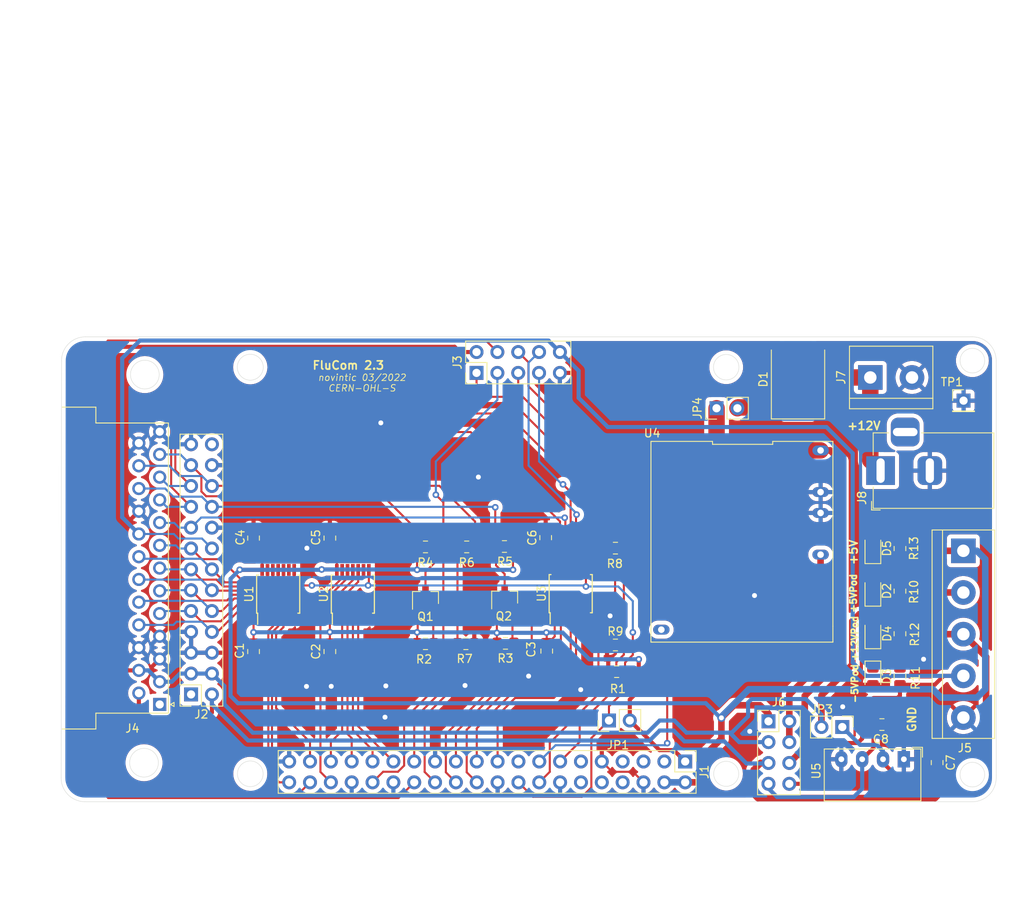
<source format=kicad_pcb>
(kicad_pcb (version 20211014) (generator pcbnew)
  (title_block (title "FluCom2") (date "2022-01-01") (rev "2.3") (comment 1 "CERN-OHL-version-2 ") (comment 3 "mirko (novintic)"))
  (layers (0 "F.Cu" signal) (31 "B.Cu" signal) (34 "B.Paste" user) (35 "F.Paste" user) (36 "B.SilkS" user "B.Silkscreen") (37 "F.SilkS" user "F.Silkscreen") (38 "B.Mask" user) (39 "F.Mask" user) (44 "Edge.Cuts" user))
  (net 0 "")
  (net 1 "+3V3")
  (net 2 "GND")
  (net 3 "+5V")
  (net 4 "Net-(C7-Pad2)")
  (net 5 "Net-(C8-Pad1)")
  (net 6 "Net-(D2-Pad2)")
  (net 7 "Net-(D3-Pad1)")
  (net 10 "Net-(D1-Pad2)")
  (net 13 "Net-(D4-Pad2)")
  (net 14 "+12V")
  (net 15 "Net-(D5-Pad2)")
  (net 19 "GPIO11")
  (net 20 "GPIO0")
  (net 21 "GPIO1")
  (net 23 "GPIO27")
  (net 24 "~{PODprsnt_A}")
  (net 25 "OE")
  (net 26 "~{AUX2_A}")
  (net 27 "~{AUX1_A}")
  (net 28 "PWRFAIL_A")
  (net 30 "~{RESET_A}")
  (net 31 "~{PODSTAT_A}")
  (net 33 "Net-(J6-Pad2)")
  (net 34 "DA7")
  (net 35 "DA6")
  (net 36 "~{MAINSTAT_A}")
  (net 37 "DA5")
  (net 38 "DA4")
  (net 39 "DA0")
  (net 40 "DA3")
  (net 41 "DA1")
  (net 42 "DA2")
  (net 43 "Net-(J6-Pad6)")
  (net 44 "+5V_Pod")
  (net 45 "DB6")
  (net 46 "DB4")
  (net 47 "DB2")
  (net 48 "DB0")
  (net 49 "~{PODprsnt_B}")
  (net 50 "~{SYNC_B}")
  (net 51 "PWRFAIL_B")
  (net 52 "~{MAINSTAT_B}")
  (net 53 "+12V_Pod")
  (net 54 "DB7")
  (net 55 "DB5")
  (net 56 "DB3")
  (net 57 "DB1")
  (net 58 "-5V")
  (net 59 "~{RESET_B}")
  (net 60 "~{PODSTAT_B}")
  (net 63 "~{AUX1_B}")
  (net 64 "~{AUX2_B}")
  (net 65 "~{SYNC_A}")
  (footprint "Capacitor_SMD:C_0805_2012Metric_Pad1.15x1.40mm_HandSolder" (layer "F.Cu") (at 80.4 122.1 -90)
    (fp_text reference "C1")
    (fp_text value "0.1uF")
  )
  (footprint "Capacitor_SMD:C_0805_2012Metric_Pad1.15x1.40mm_HandSolder" (layer "F.Cu") (at 89.7 122.1 -90)
    (fp_text reference "C2")
    (fp_text value "0.1uF")
  )
  (footprint "Capacitor_SMD:C_0805_2012Metric_Pad1.15x1.40mm_HandSolder" (layer "F.Cu") (at 89.7 108.275 90)
    (fp_text reference "C5")
    (fp_text value "0.1uF")
  )
  (footprint "Capacitor_SMD:C_0805_2012Metric_Pad1.15x1.40mm_HandSolder" (layer "F.Cu") (at 163.703 135.636 -90)
    (fp_text reference "C7")
    (fp_text value "4.7uF")
  )
  (footprint "LED_SMD:LED_0805_2012Metric_Pad1.15x1.40mm_HandSolder" (layer "F.Cu") (at 155.875 114.71 90)
    (fp_text reference "D2")
    (fp_text value "LED_Small")
  )
  (footprint "LED_SMD:LED_0805_2012Metric_Pad1.15x1.40mm_HandSolder" (layer "F.Cu") (at 155.875 125.125 -90)
    (fp_text reference "D3")
    (fp_text value "LED_Small")
  )
  (footprint "LED_SMD:LED_0805_2012Metric_Pad1.15x1.40mm_HandSolder" (layer "F.Cu") (at 155.875 119.895 90)
    (fp_text reference "D4")
    (fp_text value "LED_Small")
  )
  (footprint "LED_SMD:LED_0805_2012Metric_Pad1.15x1.40mm_HandSolder" (layer "F.Cu") (at 155.875 109.525 90)
    (fp_text reference "D5")
    (fp_text value "LED_Small")
  )
  (footprint "Diode_SMD:D_SMC" (layer "F.Cu") (at 146.75 88.95 90)
    (fp_text reference "D1")
    (fp_text value "B320")
  )
  (footprint "Connector_PinHeader_2.54mm:PinHeader_2x20_P2.54mm_Vertical" (layer "F.Cu") (at 133 135.5 -90)
    (fp_text reference "J1")
    (fp_text value "Raspberry_Pi_2_3")
  )
  (footprint "Fluke6809POD:PinHeader_2x13_P2.54mm_Vertical_Fluke_Numbering_mirrored" (layer "F.Cu") (at 75.325 127.325 180)
    (fp_text reference "J2")
    (fp_text value "Debug")
  )
  (footprint "Connector_BarrelJack:BarrelJack_Horizontal" (layer "F.Cu") (at 156.814 100.05 180)
    (fp_text reference "J8")
    (fp_text value "12V in Barrel Jack")
  )
  (footprint "TerminalBlock:TerminalBlock_bornier-5_P5.08mm" (layer "F.Cu") (at 166.9 109.825 -90)
    (fp_text reference "J5")
    (fp_text value "POWER")
  )
  (footprint "TerminalBlock:TerminalBlock_bornier-2_P5.08mm" (layer "F.Cu") (at 155.56 88.7)
    (fp_text reference "J7")
    (fp_text value "12V in")
  )
  (footprint "Connector_PinHeader_2.54mm:PinHeader_1x02_P2.54mm_Vertical" (layer "F.Cu") (at 152.146 131.3 -90)
    (fp_text reference "JP3")
    (fp_text value "Onboard -5V")
  )
  (footprint "Package_TO_SOT_SMD:SOT-23" (layer "F.Cu") (at 111 115.5 90)
    (fp_text reference "Q2")
    (fp_text value "BSS138")
  )
  (footprint "Resistor_SMD:R_0805_2012Metric_Pad1.15x1.40mm_HandSolder" (layer "F.Cu") (at 159.175 114.741666 90)
    (fp_text reference "R10")
    (fp_text value "300R")
  )
  (footprint "Resistor_SMD:R_0805_2012Metric_Pad1.15x1.40mm_HandSolder" (layer "F.Cu") (at 159.175 119.933332 90)
    (fp_text reference "R12")
    (fp_text value "700R")
  )
  (footprint "Resistor_SMD:R_0805_2012Metric_Pad1.15x1.40mm_HandSolder" (layer "F.Cu") (at 159.175 109.55 90)
    (fp_text reference "R13")
    (fp_text value "300R")
  )
  (footprint "Resistor_SMD:R_0805_2012Metric_Pad1.15x1.40mm_HandSolder" (layer "F.Cu") (at 111.1 121.1 180)
    (fp_text reference "R3")
    (fp_text value "10K")
  )
  (footprint "Resistor_SMD:R_0805_2012Metric_Pad1.15x1.40mm_HandSolder" (layer "F.Cu") (at 106.275 121.15 180)
    (fp_text reference "R7")
    (fp_text value "20K(10K works)")
  )
  (footprint "Connector_PinHeader_2.54mm:PinHeader_1x01_P2.54mm_Vertical" (layer "F.Cu") (at 166.925 91.525)
    (fp_text reference "TP1")
    (fp_text value "TestPoint")
  )
  (footprint "Package_SO:TSSOP-14_4.4x5mm_P0.65mm" (layer "F.Cu") (at 83.4 115.1 90)
    (fp_text reference "U1")
    (fp_text value "TXS0104EPW")
  )
  (footprint "Package_SO:TSSOP-14_4.4x5mm_P0.65mm" (layer "F.Cu") (at 92.5 115.1 90)
    (fp_text reference "U2")
    (fp_text value "TXS0104EPW")
  )
  (footprint "Converter_DCDC:Converter_DCDC_muRata_CRE1xxxxxxSC_THT" (layer "F.Cu") (at 159.65 135.225 -90)
    (fp_text reference "U5")
    (fp_text value "B0505S")
  )
  (footprint "Resistor_SMD:R_0805_2012Metric_Pad1.15x1.40mm_HandSolder" (layer "F.Cu") (at 101.352 121.15 180)
    (fp_text reference "R2")
    (fp_text value "10K")
  )
  (footprint "Resistor_SMD:R_0805_2012Metric_Pad1.15x1.40mm_HandSolder" (layer "F.Cu") (at 101.352 109.35 180)
    (fp_text reference "R4")
    (fp_text value "10K")
  )
  (footprint "Package_TO_SOT_SMD:SOT-23" (layer "F.Cu") (at 101.352 115.55 90)
    (fp_text reference "Q1")
    (fp_text value "BSS138")
  )
  (footprint "Resistor_SMD:R_0805_2012Metric_Pad1.15x1.40mm_HandSolder" (layer "F.Cu") (at 110.975 109.3)
    (fp_text reference "R5")
    (fp_text value "10K")
  )
  (footprint "Resistor_SMD:R_0805_2012Metric_Pad1.15x1.40mm_HandSolder" (layer "F.Cu") (at 124.650001 124.550001)
    (fp_text reference "R1")
    (fp_text value "R_Small")
  )
  (footprint "Capacitor_SMD:C_0805_2012Metric_Pad1.15x1.40mm_HandSolder" (layer "F.Cu") (at 80.4 108.275 90)
    (fp_text reference "C4")
    (fp_text value "0.1uF")
  )
  (footprint "Capacitor_SMD:C_0805_2012Metric_Pad1.15x1.40mm_HandSolder" (layer "F.Cu") (at 116.127 122.047 -90)
    (fp_text reference "C3")
    (fp_text value "0.1uF")
  )
  (footprint "Capacitor_SMD:C_0805_2012Metric_Pad1.15x1.40mm_HandSolder" (layer "F.Cu") (at 116 108.222 90)
    (fp_text reference "C6")
    (fp_text value "0.1uF")
  )
  (footprint "Package_SO:TSSOP-14_4.4x5mm_P0.65mm" (layer "F.Cu") (at 119.048 115.047 90)
    (fp_text reference "U3")
    (fp_text value "TXS0104EPW")
  )
  (footprint "Capacitor_SMD:C_0805_2012Metric_Pad1.15x1.40mm_HandSolder" (layer "F.Cu") (at 156.975 131)
    (fp_text reference "C8")
    (fp_text value "10uF")
  )
  (footprint "Resistor_SMD:R_0805_2012Metric_Pad1.15x1.40mm_HandSolder" (layer "F.Cu") (at 159.175 125.125 90)
    (fp_text reference "R11")
    (fp_text value "300R")
  )
  (footprint "Connector_Dsub:DSUB-25_Female_Horizontal_P2.77x2.54mm_EdgePinOffset9.40mm" (layer "F.Cu") (at 68.961 128.55 -90)
    (fp_text reference "J4")
    (fp_text value "DB25_Female")
  )
  (footprint "Connector_PinHeader_2.54mm:PinHeader_1x02_P2.54mm_Vertical" (layer "F.Cu") (at 123.71 130.5 90)
    (fp_text reference "JP1")
    (fp_text value "OE")
  )
  (footprint "Resistor_SMD:R_0805_2012Metric_Pad1.15x1.40mm_HandSolder" (layer "F.Cu") (at 124.5 109.5 180)
    (fp_text reference "R8")
    (fp_text value "10K")
  )
  (footprint "Resistor_SMD:R_0805_2012Metric_Pad1.15x1.40mm_HandSolder" (layer "F.Cu") (at 106.375 109.35)
    (fp_text reference "R6")
    (fp_text value "10K")
  )
  (footprint "Resistor_SMD:R_0805_2012Metric_Pad1.15x1.40mm_HandSolder" (layer "F.Cu") (at 124.5 121.3)
    (fp_text reference "R9")
    (fp_text value "20K(10K works)")
  )
  (footprint "Connector_PinHeader_2.54mm:PinHeader_2x04_P2.54mm_Vertical" (layer "F.Cu") (at 143.15 130.6)
    (fp_text reference "J6")
    (fp_text value "PWset")
  )
  (footprint "Converter_DCDC:CK1408" (layer "F.Cu") (at 140 107.75 -90)
    (fp_text reference "U4")
    (fp_text value "CK1408")
  )
  (footprint "Connector_PinHeader_2.54mm:PinHeader_1x02_P2.54mm_Vertical" (layer "F.Cu") (at 136.825 92.45 90)
    (fp_text reference "JP4")
    (fp_text value "Jumper_NC_Small")
  )
  (footprint "Connector_PinHeader_2.54mm:PinHeader_2x05_P2.54mm_Vertical" (layer "F.Cu") (at 107.574 88.143 90)
    (fp_text reference "J3")
    (fp_text value "Auxillary")
  )
  (gr_line (start 80.099944 140.398335) (end 138 140.4) (layer "Edge.Cuts") (width 0.05))
  (gr_arc (start 59.85 140.4) (mid 57.79939 139.55061) (end 56.95 137.5) (layer "Edge.Cuts") (width 0.05))
  (gr_line (start 74.05 140.4) (end 59.85 140.4) (layer "Edge.Cuts") (width 0.05))
  (gr_line (start 59.9 83.75) (end 168 83.75) (layer "Edge.Cuts") (width 0.05))
  (gr_arc (start 170.9 137.5) (mid 170.05061 139.55061) (end 168 140.4) (layer "Edge.Cuts") (width 0.05))
  (gr_circle (center 168 137.1) (end 169.5 137.1) (layer "Edge.Cuts") (width 0.05) (fill none))
  (gr_line (start 170.9 137.1) (end 170.9 137.5) (layer "Edge.Cuts") (width 0.05))
  (gr_circle (center 80 87.45) (end 81.3 88.35) (layer "Edge.Cuts") (width 0.05) (fill none))
  (gr_line (start 74.05 140.4) (end 80.099944 140.398335) (layer "Edge.Cuts") (width 0.05))
  (gr_circle (center 67.05 135.65) (end 67.05 133.9) (layer "Edge.Cuts") (width 0.05) (fill none))
  (gr_arc (start 168 83.75) (mid 170.05061 84.59939) (end 170.9 86.65) (layer "Edge.Cuts") (width 0.05))
  (gr_arc (start 57 86.65) (mid 57.84939 84.59939) (end 59.9 83.75) (layer "Edge.Cuts") (width 0.05))
  (gr_circle (center 80 137) (end 81.4 137.7) (layer "Edge.Cuts") (width 0.05) (fill none))
  (gr_circle (center 138 137) (end 139.3 137.8) (layer "Edge.Cuts") (width 0.05) (fill none))
  (gr_line (start 57 86.65) (end 56.95 137.5) (layer "Edge.Cuts") (width 0.05))
  (gr_line (start 170.9 137.1) (end 170.9 86.65) (layer "Edge.Cuts") (width 0.05))
  (gr_line (start 138 140.4) (end 168 140.4) (layer "Edge.Cuts") (width 0.05))
  (gr_circle (center 168 86.65) (end 169.5 86.65) (layer "Edge.Cuts") (width 0.05) (fill none))
  (gr_circle (center 138 87.45) (end 139.5 87.85) (layer "Edge.Cuts") (width 0.05) (fill none))
  (gr_circle (center 67.15 88.35) (end 67.15 86.6) (layer "Edge.Cuts") (width 0.05) (fill none))
  (gr_text "FluCom 2.3" (at 91.948 87.2236) (layer "F.SilkS") (effects (font (size 1 1) (thickness 0.2))))
  (gr_text "novintic 03/2022\nCERN-OHL-S\n" (at 93.6244 89.3572) (layer "F.SilkS") (effects (font (size 0.8 0.8) (thickness 0.1) italic)))
  (gr_text "+5VPod" (at 153.5 115 90) (layer "F.SilkS") (effects (font (size 0.8 0.8) (thickness 0.2))))
  (gr_text "+12V" (at 154.7876 94.5896) (layer "F.SilkS") (effects (font (size 1 1) (thickness 0.2))))
  (gr_text "GND" (at 160.6296 130.3528 90) (layer "F.SilkS") (effects (font (size 1 1) (thickness 0.2))))
  (gr_text "+12VPod" (at 153.67 120.5 90) (layer "F.SilkS") (effects (font (size 0.8 0.8) (thickness 0.2))))
  (gr_text "-5VPod" (at 153.67 126 90) (layer "F.SilkS") (effects (font (size 0.8 0.8) (thickness 0.2))))
  (gr_text "+5V" (at 153.5 110 90) (layer "F.SilkS") (effects (font (size 1 1) (thickness 0.2))))
  (segment (start 89.7 118.425) (end 89.7 119.723) (width 0.25) (layer "F.Cu") (net 1))
  (segment (start 90.55 118.05) (end 90.075 118.05) (width 0.25) (layer "F.Cu") (net 1))
  (segment (start 127.343493 126.859707) (end 127.343493 123.042991) (width 0.5) (layer "F.Cu") (net 1))
  (segment (start 81.45 118.05) (end 80.975 118.05) (width 0.25) (layer "F.Cu") (net 1))
  (segment (start 110.05 116.5) (end 110.05 119.82) (width 0.25) (layer "F.Cu") (net 1))
  (segment (start 80.4 119.752) (end 80.4 120.5) (width 0.25) (layer "F.Cu") (net 1))
  (segment (start 131.612 134.112) (end 133 135.5) (width 0.5) (layer "F.Cu") (net 1))
  (segment (start 126.25 130.5) (end 129.862 134.112) (width 0.5) (layer "F.Cu") (net 1))
  (segment (start 100.402 119.689) (end 100.33 119.761) (width 0.25) (layer "F.Cu") (net 1))
  (segment (start 126.25 127.9532) (end 127.343493 126.859707) (width 0.5) (layer "F.Cu") (net 1))
  (segment (start 89.7 119.723) (end 89.7 120.5) (width 0.25) (layer "F.Cu") (net 1))
  (segment (start 129.862 134.112) (end 131.612 134.112) (width 0.5) (layer "F.Cu") (net 1))
  (segment (start 117.098 120.265) (end 117.098 117.997) (width 0.25) (layer "F.Cu") (net 1))
  (segment (start 80.4 118.625) (end 80.4 119.752) (width 0.25) (layer "F.Cu") (net 1))
  (segment (start 100.33 121.147) (end 100.33 119.761) (width 0.25) (layer "F.Cu") (net 1))
  (segment (start 116.127 119.8354) (end 116.078 119.7864) (width 0.249987) (layer "F.Cu") (net 1))
  (segment (start 116.127 121.022) (end 116.127 119.8354) (width 0.249987) (layer "F.Cu") (net 1))
  (segment (start 116.586 120.777) (end 117.098 120.265) (width 0.25) (layer "F.Cu") (net 1))
  (segment (start 100.402 116.55) (end 100.402 119.689) (width 0.25) (layer "F.Cu") (net 1))
  (segment (start 110.05 119.82) (end 110.05 121.075) (width 0.25) (layer "F.Cu") (net 1))
  (segment (start 80.975 118.05) (end 80.4 118.625) (width 0.25) (layer "F.Cu") (net 1))
  (segment (start 90.075 118.05) (end 89.7 118.425) (width 0.25) (layer "F.Cu") (net 1))
  (segment (start 80.4 120.5) (end 80.4 121.075) (width 0.25) (layer "F.Cu") (net 1))
  (segment (start 89.7 120.5) (end 89.7 121.075) (width 0.25) (layer "F.Cu") (net 1))
  (segment (start 126.25 130.5) (end 126.25 127.9532) (width 0.5) (layer "F.Cu") (net 1))
  (via (at 100.33 119.761) (size 0.8) (drill 0.4) (layers "F.Cu" "B.Cu") (net 1))
  (via (at 127.343493 123.042991) (size 0.8) (drill 0.4) (layers "F.Cu" "B.Cu") (net 1))
  (via (at 89.7 119.723) (size 0.8) (drill 0.4) (layers "F.Cu" "B.Cu") (net 1))
  (via (at 116.078 119.7864) (size 0.8) (drill 0.4) (layers "F.Cu" "B.Cu") (net 1))
  (via (at 80.4 119.752) (size 0.8) (drill 0.4) (layers "F.Cu" "B.Cu") (net 1))
  (via (at 110.05 119.82) (size 0.8) (drill 0.4) (layers "F.Cu" "B.Cu") (net 1))
  (segment (start 80.4 119.752) (end 89.671 119.752) (width 0.5) (layer "B.Cu") (net 1))
  (segment (start 100.292 119.723) (end 100.33 119.761) (width 0.25) (layer "B.Cu") (net 1))
  (segment (start 127.343493 123.042991) (end 121.315791 123.042991) (width 0.5) (layer "B.Cu") (net 1))
  (segment (start 109.991 119.761) (end 100.33 119.761) (width 0.5) (layer "B.Cu") (net 1))
  (segment (start 110.05 119.82) (end 116.0444 119.82) (width 0.5) (layer "B.Cu") (net 1))
  (segment (start 110.05 119.82) (end 109.991 119.761) (width 0.25) (layer "B.Cu") (net 1))
  (segment (start 118.0592 119.7864) (end 116.078 119.7864) (width 0.5) (layer "B.Cu") (net 1))
  (segment (start 89.7 119.723) (end 100.292 119.723) (width 0.5) (layer "B.Cu") (net 1))
  (segment (start 116.0444 119.82) (end 116.078 119.7864) (width 0.5) (layer "B.Cu") (net 1))
  (segment (start 121.315791 123.042991) (end 118.0592 119.7864) (width 0.5) (layer "B.Cu") (net 1))
  (segment (start 89.671 119.752) (end 89.7 119.723) (width 0.25) (layer "B.Cu") (net 1))
  (segment (start 126.6336 136.7536) (end 127.92 138.04) (width 0.25) (layer "F.Cu") (net 2))
  (segment (start 120.998 117.997) (end 120.998 119.4232) (width 0.25) (layer "F.Cu") (net 2))
  (segment (start 120.998 119.4232) (end 121.0056 119.4308) (width 0.25) (layer "F.Cu") (net 2))
  (segment (start 124.0936 136.7536) (end 126.6336 136.7536) (width 0.25) (layer "F.Cu") (net 2))
  (segment (start 122.84 135.5) (end 124.0936 136.7536) (width 0.25) (layer "F.Cu") (net 2))
  (via (at 86.9 109.5) (size 1) (drill 0.6) (layers "F.Cu" "B.Cu") (net 2))
  (via (at 86.85 126.35) (size 1) (drill 0.6) (layers "F.Cu" "B.Cu") (net 2))
  (via (at 152.1968 128.8288) (size 1) (drill 0.6) (layers "F.Cu" "B.Cu") (net 2))
  (via (at 107.7976 100.838) (size 1) (drill 0.6) (layers "F.Cu" "B.Cu") (net 2))
  (via (at 123.8504 117.7544) (size 1) (drill 0.6) (layers "F.Cu" "B.Cu") (net 2))
  (via (at 120.269 126.746) (size 1) (drill 0.6) (layers "F.Cu" "B.Cu") (net 2))
  (via (at 162.052 123.0376) (size 1) (drill 0.6) (layers "F.Cu" "B.Cu") (net 2))
  (via (at 141.448 115.275) (size 1) (drill 0.6) (layers "F.Cu" "B.Cu") (net 2))
  (via (at 95.9104 94.234) (size 1) (drill 0.6) (layers "F.Cu" "B.Cu") (net 2))
  (via (at 96.4184 130.0988) (size 1) (drill 0.6) (layers "F.Cu" "B.Cu") (net 2))
  (via (at 140.8684 131.826) (size 1) (drill 0.6) (layers "F.Cu" "B.Cu") (net 2))
  (via (at 106.172 126.238) (size 1) (drill 0.6) (layers "F.Cu" "B.Cu") (net 2))
  (via (at 96.52 126.2888) (size 1) (drill 0.6) (layers "F.Cu" "B.Cu") (net 2))
  (via (at 113.919 125.095) (size 1) (drill 0.6) (layers "F.Cu" "B.Cu") (net 2))
  (via (at 89.8652 126.3396) (size 1) (drill 0.6) (layers "F.Cu" "B.Cu") (net 2))
  (segment (start 163.098 109.825) (end 162.348 110.575) (width 0.8) (layer "F.Cu") (net 3))
  (segment (start 89.7 110.274) (end 90.55 111.124) (width 0.25) (layer "F.Cu") (net 3))
  (segment (start 138.938 128.651) (end 137.414 130.175) (width 0.8) (layer "F.Cu") (net 3))
  (segment (start 80.4 109.3) (end 80.4 109.9) (width 0.25) (layer "F.Cu") (net 3))
  (segment (start 135.255 134.874) (end 135.255 137.414) (width 0.8) (layer "F.Cu") (net 3))
  (segment (start 112.047 109.347) (end 116.078 109.347) (width 0.5) (layer "F.Cu") (net 3))
  (segment (start 81.45 110.95) (end 81.45 112.15) (width 0.25) (layer "F.Cu") (net 3))
  (segment (start 137.414 130.175) (end 137.414 132.715) (width 0.8) (layer "F.Cu") (net 3))
  (segment (start 143.15 130.6) (end 143.15 129.688) (width 0.8) (layer "F.Cu") (net 3))
  (segment (start 90.55 111.124) (end 90.55 112.15) (width 0.25) (layer "F.Cu") (net 3))
  (segment (start 142.113 128.651) (end 138.938 128.651) (width 0.8) (layer "F.Cu") (net 3))
  (segment (start 90.524999 112.15) (end 90.474999 112.1) (width 0.5) (layer "F.Cu") (net 3))
  (segment (start 112.014 109.314) (end 112.014 112.141) (width 0.25) (layer "F.Cu") (net 3))
  (segment (start 117.098 112.097) (end 117.098 110.367) (width 0.249987) (layer "F.Cu") (net 3))
  (segment (start 80.4 109.9) (end 81.45 110.95) (width 0.25) (layer "F.Cu") (net 3))
  (segment (start 78.732198 112.15) (end 78.711599 112.129401) (width 0.5) (layer "F.Cu") (net 3))
  (segment (start 137.414 132.715) (end 135.255 134.874) (width 0.8) (layer "F.Cu") (net 3))
  (segment (start 143.15 129.688) (end 142.113 128.651) (width 0.8) (layer "F.Cu") (net 3))
  (segment (start 81.424999 112.15) (end 78.732198 112.15) (width 0.5) (layer "F.Cu") (net 3))
  (segment (start 100.327 109.35) (end 100.327 112.138) (width 0.25) (layer "F.Cu") (net 3))
  (segment (start 117.098 110.367) (end 116.078 109.347) (width 0.249987) (layer "F.Cu") (net 3))
  (segment (start 134.629 138.04) (end 133 138.04) (width 0.8) (layer "F.Cu") (net 3))
  (segment (start 100.327 112.138) (end 100.33 112.141) (width 0.5) (layer "F.Cu") (net 3))
  (segment (start 89.7 109.3) (end 89.7 110.274) (width 0.25) (layer "F.Cu") (net 3))
  (segment (start 166.9 109.825) (end 163.098 109.825) (width 0.8) (layer "F.Cu") (net 3))
  (segment (start 162.348 110.575) (end 159.175 110.575) (width 0.8) (layer "F.Cu") (net 3))
  (segment (start 135.255 137.414) (end 134.629 138.04) (width 0.8) (layer "F.Cu") (net 3))
  (segment (start 90.474999 112.1) (end 88.7 112.1) (width 0.5) (layer "F.Cu") (net 3))
  (via (at 137.414 130.175) (size 1) (drill 0.6) (layers "F.Cu" "B.Cu") (net 3))
  (via (at 112.014 112.141) (size 0.8) (drill 0.4) (layers "F.Cu" "B.Cu") (net 3))
  (via (at 78.711599 112.129401) (size 0.8) (drill 0.4) (layers "F.Cu" "B.Cu") (net 3))
  (via (at 100.33 112.141) (size 0.8) (drill 0.4) (layers "F.Cu" "B.Cu") (net 3))
  (via (at 88.7 112.1) (size 0.8) (drill 0.4) (layers "F.Cu" "B.Cu") (net 3))
  (segment (start 163.1696 126.6952) (end 164.1856 127.7112) (width 0.8) (layer "B.Cu") (net 3))
  (segment (start 78.486 128.397) (end 77.597 127.508) (width 0.5) (layer "B.Cu") (net 3))
  (segment (start 100.289 112.1) (end 100.33 112.141) (width 0.5) (layer "B.Cu") (net 3))
  (segment (start 133 138.04) (end 130.46 138.04) (width 0.8) (layer "B.Cu") (net 3))
  (segment (start 140.7668 126.6952) (end 163.1696 126.6952) (width 0.8) (layer "B.Cu") (net 3))
  (segment (start 77.597 113.244) (end 78.711599 112.129401) (width 0.5) (layer "B.Cu") (net 3))
  (segment (start 168.5544 127.7112) (end 169.5704 126.6952) (width 0.8) (layer "B.Cu") (net 3))
  (segment (start 169.5704 126.6952) (end 169.5704 110.8456) (width 0.8) (layer "B.Cu") (net 3))
  (segment (start 137.414 130.175) (end 137.414 130.048) (width 0.8) (layer "B.Cu") (net 3))
  (segment (start 135.509 128.397) (end 78.486 128.397) (width 0.5) (layer "B.Cu") (net 3))
  (segment (start 100.33 112.141) (end 112.014 112.141) (width 0.5) (layer "B.Cu") (net 3))
  (segment (start 77.597 127.508) (end 77.597 113.244) (width 0.5) (layer "B.Cu") (net 3))
  (segment (start 88.7 112.1) (end 100.289 112.1) (width 0.5) (layer "B.Cu") (net 3))
  (segment (start 137.287 130.175) (end 135.509 128.397) (width 0.5) (layer "B.Cu") (net 3))
  (segment (start 78.723198 112.141) (end 78.711599 112.129401) (width 0.5) (layer "B.Cu") (net 3))
  (segment (start 137.414 130.048) (end 140.7668 126.6952) (width 0.8) (layer "B.Cu") (net 3))
  (segment (start 169.5704 110.8456) (end 168.5498 109.825) (width 0.8) (layer "B.Cu") (net 3))
  (segment (start 164.1856 127.7112) (end 168.5544 127.7112) (width 0.8) (layer "B.Cu") (net 3))
  (segment (start 88.659 112.141) (end 78.723198 112.141) (width 0.5) (layer "B.Cu") (net 3))
  (segment (start 88.7 112.1) (end 88.659 112.141) (width 0.5) (layer "B.Cu") (net 3))
  (segment (start 168.5498 109.825) (end 166.9 109.825) (width 0.8) (layer "B.Cu") (net 3))
  (segment (start 157.11 135.647) (end 160.388 138.925) (width 0.5) (layer "F.Cu") (net 4))
  (segment (start 163.703 138.049) (end 163.703 136.661) (width 0.5) (layer "F.Cu") (net 4))
  (segment (start 162.827 138.925) (end 163.703 138.049) (width 0.5) (layer "F.Cu") (net 4))
  (segment (start 160.388 138.925) (end 162.827 138.925) (width 0.5) (layer "F.Cu") (net 4))
  (segment (start 152.146 131.3) (end 154.323 133.477) (width 0.5) (layer "B.Cu") (net 4))
  (segment (start 157.11 134.25) (end 157.11 135.225) (width 0.5) (layer "B.Cu") (net 4))
  (segment (start 154.323 133.477) (end 156.337 133.477) (width 0.5) (layer "B.Cu") (net 4))
  (segment (start 156.337 133.477) (end 157.11 134.25) (width 0.5) (layer "B.Cu") (net 4))
  (segment (start 155.95 133.845) (end 155.95 131) (width 0.5) (layer "F.Cu") (net 5))
  (segment (start 154.57 135.225) (end 155.95 133.845) (width 0.5) (layer "F.Cu") (net 5))
  (segment (start 144.1958 139.827) (end 153.543 139.827) (width 0.5) (layer "B.Cu") (net 5))
  (segment (start 154.57 138.8) (end 154.57 135.225) (width 0.5) (layer "B.Cu") (net 5))
  (segment (start 153.543 139.827) (end 154.57 138.8) (width 0.5) (layer "B.Cu") (net 5))
  (segment (start 143.15 138.7812) (end 144.1958 139.827) (width 0.5) (layer "B.Cu") (net 5))
  (segment (start 143.15 138.22) (end 143.15 138.7812) (width 0.5) (layer "B.Cu") (net 5))
  (segment (start 155.875 113.685) (end 159.143334 113.685) (width 0.249987) (layer "F.Cu") (net 6))
  (segment (start 159.175 124.1) (end 155.875 124.1) (width 0.249987) (layer "F.Cu") (net 7))
  (segment (start 155.56 88.7) (end 155.56 98.796) (width 2) (layer "F.Cu") (net 10))
  (segment (start 155.56 98.796) (end 156.814 100.05) (width 2) (layer "F.Cu") (net 10))
  (segment (start 155.56 88.7) (end 149.9 88.7) (width 2) (layer "F.Cu") (net 10))
  (segment (start 149.9 88.7) (end 146.75 85.55) (width 2) (layer "F.Cu") (net 10))
  (segment (start 155.875 118.87) (end 159.136668 118.87) (width 0.249987) (layer "F.Cu") (net 13))
  (segment (start 139.465 92.35) (end 139.365 92.45) (width 2) (layer "F.Cu") (net 14))
  (segment (start 146.75 92.35) (end 139.465 92.35) (width 2) (layer "F.Cu") (net 14))
  (segment (start 155.875 108.5) (end 159.15 108.5) (width 0.249987) (layer "F.Cu") (net 15))
  (segment (start 111.2774 91.059) (end 108.204 91.059) (width 0.249987) (layer "F.Cu") (net 19))
  (segment (start 115.189 115.824) (end 123.444 115.824) (width 0.249987) (layer "F.Cu") (net 19))
  (segment (start 114.3 116.713) (end 115.189 115.824) (width 0.249987) (layer "F.Cu") (net 19))
  (segment (start 107.574 90.429) (end 107.574 88.143) (width 0.249987) (layer "F.Cu") (net 19))
  (segment (start 108.204 91.059) (end 107.574 90.429) (width 0.249987) (layer "F.Cu") (net 19))
  (segment (start 123.444 115.824) (end 124.46 114.808) (width 0.249987) (layer "F.Cu") (net 19))
  (segment (start 105.06 131.922) (end 114.3 122.682) (width 0.249987) (layer "F.Cu") (net 19))
  (segment (start 105.06 135.5) (end 105.06 131.922) (width 0.249987) (layer "F.Cu") (net 19))
  (segment (start 114.3 122.682) (end 114.3 116.713) (width 0.249987) (layer "F.Cu") (net 19))
  (segment (start 124.46 104.2416) (end 111.2774 91.059) (width 0.249987) (layer "F.Cu") (net 19))
  (segment (start 124.46 114.808) (end 124.46 104.2416) (width 0.249987) (layer "F.Cu") (net 19))
  (segment (start 99.98 135.5) (end 99.98 130.271) (width 0.249987) (layer "F.Cu") (net 20))
  (segment (start 103.1748 127.0762) (end 103.1748 122.3772) (width 0.249987) (layer "F.Cu") (net 20))
  (segment (start 99.98 130.271) (end 103.1748 127.0762) (width 0.249987) (layer "F.Cu") (net 20))
  (segment (start 103.1748 122.3772) (end 103.5304 122.0216) (width 0.249987) (layer "F.Cu") (net 20))
  (segment (start 103.5304 122.0216) (end 103.5304 103.9114) (width 0.249987) (layer "F.Cu") (net 20))
  (segment (start 103.5304 103.9114) (end 102.616 102.997) (width 0.249987) (layer "F.Cu") (net 20))
  (via (at 102.616 102.997) (size 0.8) (drill 0.4) (layers "F.Cu" "B.Cu") (net 20))
  (segment (start 102.616 102.997) (end 102.616 98.933) (width 0.249987) (layer "B.Cu") (net 20))
  (segment (start 102.616 98.933) (end 110.114 91.435) (width 0.249987) (layer "B.Cu") (net 20))
  (segment (start 110.114 91.435) (end 110.114 88.143) (width 0.249987) (layer "B.Cu") (net 20))
  (segment (start 99.98 138.04) (end 98.066 139.954) (width 0.249987) (layer "F.Cu") (net 21))
  (segment (start 62.6618 84.201) (end 108.712 84.201) (width 0.249987) (layer "F.Cu") (net 21))
  (segment (start 60.452 137.7188) (end 60.452 86.4108) (width 0.249987) (layer "F.Cu") (net 21))
  (segment (start 108.712 84.201) (end 110.114 85.603) (width 0.249987) (layer "F.Cu") (net 21))
  (segment (start 98.066 139.954) (end 62.6872 139.954) (width 0.249987) (layer "F.Cu") (net 21))
  (segment (start 60.452 86.4108) (end 62.6618 84.201) (width 0.249987) (layer "F.Cu") (net 21))
  (segment (start 62.6872 139.954) (end 60.452 137.7188) (width 0.249987) (layer "F.Cu") (net 21))
  (segment (start 127.762 121.539) (end 130.81 124.587) (width 0.249987) (layer "F.Cu") (net 23))
  (segment (start 130.81 124.587) (end 130.81 133.2625) (width 0.249987) (layer "F.Cu") (net 23))
  (segment (start 112.654 85.603) (end 113.8936 86.8426) (width 0.249987) (layer "F.Cu") (net 23))
  (segment (start 113.8936 89.7636) (end 127.762 103.632) (width 0.249987) (layer "F.Cu") (net 23))
  (segment (start 113.8936 86.8426) (end 113.8936 89.7636) (width 0.249987) (layer "F.Cu") (net 23))
  (segment (start 127.762 103.632) (end 127.762 121.539) (width 0.249987) (layer "F.Cu") (net 23))
  (via (at 130.81 133.2625) (size 0.8) (drill 0.4) (layers "F.Cu" "B.Cu") (net 23))
  (segment (start 130.554396 133.518104) (end 130.81 133.2625) (width 0.249987) (layer "B.Cu") (net 23))
  (segment (start 115.22 135.5) (end 117.201896 133.518104) (width 0.249987) (layer "B.Cu") (net 23))
  (segment (start 117.201896 133.518104) (end 130.554396 133.518104) (width 0.249987) (layer "B.Cu") (net 23))
  (segment (start 122.428 117.475) (end 122.428 127.3048) (width 0.25) (layer "F.Cu") (net 24))
  (segment (start 118.961 116.459) (end 121.412 116.459) (width 0.25) (layer "F.Cu") (net 24))
  (segment (start 122.428 127.3048) (end 116.5 133.2328) (width 0.25) (layer "F.Cu") (net 24))
  (segment (start 116.5 133.2328) (end 116.5 136.76) (width 0.25) (layer "F.Cu") (net 24))
  (segment (start 118.398 117.022) (end 118.961 116.459) (width 0.25) (layer "F.Cu") (net 24))
  (segment (start 116.5 136.76) (end 115.22 138.04) (width 0.25) (layer "F.Cu") (net 24))
  (segment (start 121.412 116.459) (end 122.428 117.475) (width 0.25) (layer "F.Cu") (net 24))
  (segment (start 118.398 117.997) (end 118.398 117.022) (width 0.25) (layer "F.Cu") (net 24))
  (segment (start 125.675001 124.550001) (end 125.675001 126.800999) (width 0.249987) (layer "F.Cu") (net 25))
  (segment (start 112.68 138.04) (end 114.4416 139.8016) (width 0.249987) (layer "F.Cu") (net 25))
  (segment (start 86.233 114.046) (end 87.503 114.046) (width 0.249987) (layer "F.Cu") (net 25))
  (segment (start 126.619 119.761) (end 126.619 122.5042) (width 0.249987) (layer "F.Cu") (net 25))
  (segment (start 123.71 128.766) (end 123.71 130.5) (width 0.249987) (layer "F.Cu") (net 25))
  (segment (start 120.904 114.173) (end 120.904 112.191) (width 0.249987) (layer "F.Cu") (net 25))
  (segment (start 125.675001 126.800999) (end 123.71 128.766) (width 0.249987) (layer "F.Cu") (net 25))
  (segment (start 121.5644 138.6586) (end 121.5644 132.6456) (width 0.249987) (layer "F.Cu") (net 25))
  (segment (start 94.45 113.957) (end 94.361 114.046) (width 0.249987) (layer "F.Cu") (net 25))
  (segment (start 126.619 122.5042) (end 125.675001 123.448199) (width 0.249987) (layer "F.Cu") (net 25))
  (segment (start 114.4416 139.8016) (end 120.4214 139.8016) (width 0.249987) (layer "F.Cu") (net 25))
  (segment (start 85.35 112.15) (end 85.35 113.163) (width 0.249987) (layer "F.Cu") (net 25))
  (segment (start 125.675001 123.448199) (end 125.675001 124.550001) (width 0.249987) (layer "F.Cu") (net 25))
  (segment (start 85.35 113.163) (end 86.233 114.046) (width 0.249987) (layer "F.Cu") (net 25))
  (segment (start 120.4214 139.8016) (end 121.5644 138.6586) (width 0.249987) (layer "F.Cu") (net 25))
  (segment (start 121.5644 132.6456) (end 123.71 130.5) (width 0.249987) (layer "F.Cu") (net 25))
  (segment (start 94.45 112.15) (end 94.45 113.957) (width 0.249987) (layer "F.Cu") (net 25))
  (via (at 126.619 119.761) (size 0.8) (drill 0.4) (layers "F.Cu" "B.Cu") (net 25))
  (via (at 87.503 114.046) (size 0.8) (drill 0.4) (layers "F.Cu" "B.Cu") (net 25))
  (via (at 94.361 114.046) (size 0.8) (drill 0.4) (layers "F.Cu" "B.Cu") (net 25))
  (via (at 120.904 114.173) (size 0.8) (drill 0.4) (layers "F.Cu" "B.Cu") (net 25))
  (segment (start 126.619 115.951) (end 126.619 119.761) (width 0.249987) (layer "B.Cu") (net 25))
  (segment (start 124.841 114.173) (end 126.619 115.951) (width 0.249987) (layer "B.Cu") (net 25))
  (segment (start 120.777 114.046) (end 120.904 114.173) (width 0.249987) (layer "B.Cu") (net 25))
  (segment (start 120.904 114.173) (end 124.841 114.173) (width 0.249987) (layer "B.Cu") (net 25))
  (segment (start 87.503 114.046) (end 120.777 114.046) (width 0.249987) (layer "B.Cu") (net 25))
  (segment (start 119.698 123.637898) (end 119.75 123.689898) (width 0.25) (layer "F.Cu") (net 26))
  (segment (start 119.698 117.997) (end 119.698 123.637898) (width 0.25) (layer "F.Cu") (net 26))
  (segment (start 119.75 123.689898) (end 119.75 125) (width 0.25) (layer "F.Cu") (net 26))
  (segment (start 112.268 127.762) (end 110.14 129.89) (width 0.25) (layer "F.Cu") (net 26))
  (segment (start 116.988 127.762) (end 112.268 127.762) (width 0.25) (layer "F.Cu") (net 26))
  (segment (start 119.75 125) (end 116.988 127.762) (width 0.25) (layer "F.Cu") (net 26))
  (segment (start 110.14 129.89) (end 110.14 135.5) (width 0.25) (layer "F.Cu") (net 26))
  (segment (start 119.048 124.452) (end 119.048 117.997) (width 0.25) (layer "F.Cu") (net 27))
  (segment (start 107.6 135.5) (end 107.6 131.4648) (width 0.25) (layer "F.Cu") (net 27))
  (segment (start 107.6 131.4648) (end 112.0648 127) (width 0.25) (layer "F.Cu") (net 27))
  (segment (start 116.5 127) (end 119.048 124.452) (width 0.25) (layer "F.Cu") (net 27))
  (segment (start 112.0648 127) (end 116.5 127) (width 0.25) (layer "F.Cu") (net 27))
  (segment (start 117.848489 124.901511) (end 117.848489 118.097489) (width 0.25) (layer "F.Cu") (net 28))
  (segment (start 106.3752 131.623494) (end 111.633694 126.365) (width 0.25) (layer "F.Cu") (net 28))
  (segment (start 117.848489 118.097489) (end 117.748 117.997) (width 0.25) (layer "F.Cu") (net 28))
  (segment (start 111.633694 126.365) (end 116.385 126.365) (width 0.25) (layer "F.Cu") (net 28))
  (segment (start 106.3752 136.8152) (end 106.3752 131.623494) (width 0.25) (layer "F.Cu") (net 28))
  (segment (start 116.385 126.365) (end 117.848489 124.901511) (width 0.25) (layer "F.Cu") (net 28))
  (segment (start 107.6 138.04) (end 106.3752 136.8152) (width 0.25) (layer "F.Cu") (net 28))
  (segment (start 105.06 138.04) (end 103.8352 136.8152) (width 0.25) (layer "F.Cu") (net 30))
  (segment (start 103.8352 136.8152) (end 103.8352 132.1648) (width 0.25) (layer "F.Cu") (net 30))
  (segment (start 103.8352 132.1648) (end 112.125 123.875) (width 0.25) (layer "F.Cu") (net 30))
  (segment (start 111.95 116.5) (end 111.95 120.925) (width 0.25) (layer "F.Cu") (net 30))
  (segment (start 112.125 123.875) (end 112.125 121.1) (width 0.25) (layer "F.Cu") (net 30))
  (segment (start 101.25 136.77) (end 101.25 130.020978) (width 0.25) (layer "F.Cu") (net 31))
  (segment (start 103.885489 127.385489) (end 103.885489 122.514511) (width 0.25) (layer "F.Cu") (net 31))
  (segment (start 102.52 138.04) (end 101.25 136.77) (width 0.25) (layer "F.Cu") (net 31))
  (segment (start 101.25 130.020978) (end 103.885489 127.385489) (width 0.25) (layer "F.Cu") (net 31))
  (segment (start 105.25 121.15) (end 105.25 109.45) (width 0.25) (layer "F.Cu") (net 31))
  (segment (start 103.885489 122.514511) (end 105.25 121.15) (width 0.25) (layer "F.Cu") (net 31))
  (segment (start 145.669 127.381) (end 145.69 127.402) (width 0.8) (layer "F.Cu") (net 33))
  (segment (start 145.69 127.402) (end 145.69 130.6) (width 0.8) (layer "F.Cu") (net 33))
  (segment (start 149.5 110.29) (end 149.5 123.55) (width 0.8) (layer "F.Cu") (net 33))
  (segment (start 149.5 123.55) (end 145.669 127.381) (width 0.8) (layer "F.Cu") (net 33))
  (segment (start 145.69 130.6) (end 145.69 133.14) (width 0.8) (layer "F.Cu") (net 33))
  (segment (start 93.15 118.05) (end 93.15 131.21) (width 0.25) (layer "F.Cu") (net 34))
  (segment (start 93.15 131.21) (end 97.44 135.5) (width 0.25) (layer "F.Cu") (net 34))
  (segment (start 92.5068 131.7068) (end 94.9 134.1) (width 0.25) (layer "F.Cu") (net 35))
  (segment (start 92.5068 118.0568) (end 92.5068 131.7068) (width 0.25) (layer "F.Cu") (net 35))
  (segment (start 92.5 118.05) (end 92.5068 118.0568) (width 0.25) (layer "F.Cu") (net 35))
  (segment (start 94.9 134.1) (end 94.9 135.5) (width 0.25) (layer "F.Cu") (net 35))
  (segment (start 102.302 116.55) (end 102.302 121.075) (width 0.25) (layer "F.Cu") (net 36))
  (segment (start 98.75 130.358) (end 102.377 126.731) (width 0.25) (layer "F.Cu") (net 36))
  (segment (start 102.377 126.731) (end 102.377 121.15) (width 0.25) (layer "F.Cu") (net 36))
  (segment (start 98.75 136) (end 98.75 130.358) (width 0.25) (layer "F.Cu") (net 36))
  (segment (start 98 136.75) (end 98.75 136) (width 0.25) (layer "F.Cu") (net 36))
  (segment (start 94.9 138.04) (end 96.19 136.75) (width 0.25) (layer "F.Cu") (net 36))
  (segment (start 96.19 136.75) (end 98 136.75) (width 0.25) (layer "F.Cu") (net 36))
  (segment (start 91.85 132.15) (end 92.36 132.66) (width 0.25) (layer "F.Cu") (net 37))
  (segment (start 92.36 132.66) (end 92.36 135.5) (width 0.25) (layer "F.Cu") (net 37))
  (segment (start 91.85 118.05) (end 91.85 132.15) (width 0.25) (layer "F.Cu") (net 37))
  (segment (start 89.82 135.5) (end 89.82 133.13) (width 0.25) (layer "F.Cu") (net 38))
  (segment (start 91.2 131.75) (end 91.2 118.05) (width 0.25) (layer "F.Cu") (net 38))
  (segment (start 89.82 133.13) (end 91.2 131.75) (width 0.25) (layer "F.Cu") (net 38))
  (segment (start 88.55 118.522) (end 88.55 136.77) (width 0.25) (layer "F.Cu") (net 39))
  (segment (start 88.55 136.77) (end 89.82 138.04) (width 0.25) (layer "F.Cu") (net 39))
  (segment (start 82.174511 117.000489) (end 87.028489 117.000489) (width 0.25) (layer "F.Cu") (net 39))
  (segment (start 82.1 118.05) (end 82.1 117.075) (width 0.25) (layer "F.Cu") (net 39))
  (segment (start 82.1 117.075) (end 82.174511 117.000489) (width 0.25) (layer "F.Cu") (net 39))
  (segment (start 87.028489 117.000489) (end 88.55 118.522) (width 0.25) (layer "F.Cu") (net 39))
  (segment (start 84.05 119.125) (end 84.05 118.05) (width 0.25) (layer "F.Cu") (net 40))
  (segment (start 83.15 120.025) (end 84.05 119.125) (width 0.25) (layer "F.Cu") (net 40))
  (segment (start 83.15 129) (end 83.15 120.025) (width 0.25) (layer "F.Cu") (net 40))
  (segment (start 87.28 133.13) (end 83.15 129) (width 0.25) (layer "F.Cu") (net 40))
  (segment (start 87.28 135.5) (end 87.28 133.13) (width 0.25) (layer "F.Cu") (net 40))
  (segment (start 82.75 119.025) (end 82.75 118.05) (width 0.25) (layer "F.Cu") (net 41))
  (segment (start 83.9 139.5) (end 82.199978 137.799978) (width 0.25) (layer "F.Cu") (net 41))
  (segment (start 82.199978 119.575022) (end 82.75 119.025) (width 0.25) (layer "F.Cu") (net 41))
  (segment (start 85.82 139.5) (end 83.9 139.5) (width 0.25) (layer "F.Cu") (net 41))
  (segment (start 87.28 138.04) (end 85.82 139.5) (width 0.25) (layer "F.Cu") (net 41))
  (segment (start 82.199978 137.799978) (end 82.199978 119.575022) (width 0.25) (layer "F.Cu") (net 41))
  (segment (start 82.649989 137.15207) (end 82.649989 119.775011) (width 0.25) (layer "F.Cu") (net 42))
  (segment (start 82.649989 119.775011) (end 83.4 119.025) (width 0.25) (layer "F.Cu") (net 42))
  (segment (start 84.74 138.04) (end 83.537919 138.04) (width 0.25) (layer "F.Cu") (net 42))
  (segment (start 83.537919 138.04) (end 82.649989 137.15207) (width 0.25) (layer "F.Cu") (net 42))
  (segment (start 83.4 119.025) (end 83.4 118.05) (width 0.25) (layer "F.Cu") (net 42))
  (segment (start 136.825 92.45) (end 136.825 96.439) (width 2) (layer "F.Cu") (net 43))
  (segment (start 150.676 97.59) (end 149.5 97.59) (width 0.8) (layer "F.Cu") (net 43))
  (segment (start 147.574 133.796) (end 147.574 127.508) (width 0.8) (layer "F.Cu") (net 43))
  (segment (start 137.976 97.59) (end 149.5 97.59) (width 2) (layer "F.Cu") (net 43))
  (segment (start 152.019 123.063) (end 152.019 98.933) (width 0.8) (layer "F.Cu") (net 43))
  (segment (start 147.574 127.508) (end 152.019 123.063) (width 0.8) (layer "F.Cu") (net 43))
  (segment (start 145.69 135.68) (end 147.574 133.796) (width 0.8) (layer "F.Cu") (net 43))
  (segment (start 152.019 98.933) (end 150.676 97.59) (width 0.8) (layer "F.Cu") (net 43))
  (segment (start 136.825 96.439) (end 137.976 97.59) (width 2) (layer "F.Cu") (net 43))
  (segment (start 163.733 114.905) (end 162.871334 115.766666) (width 0.8) (layer "F.Cu") (net 44))
  (segment (start 162.871334 115.766666) (end 159.175 115.766666) (width 0.8) (layer "F.Cu") (net 44))
  (segment (start 153.3652 123.698) (end 149.7076 127.3556) (width 0.8) (layer "F.Cu") (net 44))
  (segment (start 61.2648 120.5738) (end 65.086 124.395) (width 0.5) (layer "F.Cu") (net 44))
  (segment (start 154.2288 117.5512) (end 153.3652 118.4148) (width 0.8) (layer "F.Cu") (net 44))
  (segment (start 61.2648 87.3252) (end 61.2648 120.5738) (width 0.5) (layer "F.Cu") (net 44))
  (segment (start 149.606 127.4572) (end 149.606 131.3) (width 0.8) (layer "F.Cu") (net 44))
  (segment (start 107.574 85.603) (end 105.542 85.603) (width 0.5) (layer "F.Cu") (net 44))
  (segment (start 159.175 115.766666) (end 159.175 116.2118) (width 0.8) (layer "F.Cu") (net 44))
  (segment (start 105.542 85.603) (end 104.902 84.963) (width 0.5) (layer "F.Cu") (net 44))
  (segment (start 153.3652 118.4148) (end 153.3652 123.698) (width 0.8) (layer "F.Cu") (net 44))
  (segment (start 157.8356 117.5512) (end 154.2288 117.5512) (width 0.8) (layer "F.Cu") (net 44))
  (segment (start 63.627 84.963) (end 61.2648 87.3252) (width 0.5) (layer "F.Cu") (net 44))
  (segment (start 65.086 124.395) (end 66.421 124.395) (width 0.5) (layer "F.Cu") (net 44))
  (segment (start 166.9 114.905) (end 163.733 114.905) (width 0.8) (layer "F.Cu") (net 44))
  (segment (start 104.902 84.963) (end 63.627 84.963) (width 0.5) (layer "F.Cu") (net 44))
  (segment (start 159.175 116.2118) (end 157.8356 117.5512) (width 0.8) (layer "F.Cu") (net 44))
  (segment (start 138.684 131.9784) (end 140.6652 129.9972) (width 0.5) (layer "B.Cu") (net 44))
  (segment (start 138.859001 132.412999) (end 139.586002 133.14) (width 0.5) (layer "B.Cu") (net 44))
  (segment (start 140.6652 129.9972) (end 140.6652 128.3208) (width 0.5) (layer "B.Cu") (net 44))
  (segment (start 149.606 129.794) (end 149.606 131.3) (width 0.5) (layer "B.Cu") (net 44))
  (segment (start 71.43 124.785) (end 72.785 124.785) (width 0.5) (layer "B.Cu") (net 44))
  (segment (start 75.325 124.785) (end 76.835 126.295) (width 0.5) (layer "B.Cu") (net 44))
  (segment (start 129.8956 130.5052) (end 131.6736 130.5052) (width 0.5) (layer "B.Cu") (net 44))
  (segment (start 76.835 128.524) (end 80.30109 131.99009) (width 0.5) (layer "B.Cu") (net 44))
  (segment (start 67.576 124.395) (end 68.961 125.78) (width 0.5) (layer "B.Cu") (net 44))
  (segment (start 138.3284 131.9784) (end 138.684 131.9784) (width 0.5) (layer "B.Cu") (net 44))
  (segment (start 147.701 127.889) (end 149.606 129.794) (width 0.5) (layer "B.Cu") (net 44))
  (segment (start 131.6736 130.5052) (end 133.15849 131.99009) (width 0.5) (layer "B.Cu") (net 44))
  (segment (start 140.6652 128.3208) (end 141.097 127.889) (width 0.5) (layer "B.Cu") (net 44))
  (segment (start 70.435 125.78) (end 71.43 124.785) (width 0.5) (layer "B.Cu") (net 44))
  (segment (start 80.30109 131.99009) (end 128.41071 131.99009) (width 0.5) (layer "B.Cu") (net 44))
  (segment (start 139.586002 133.14) (end 143.15 133.14) (width 0.5) (layer "B.Cu") (net 44))
  (segment (start 138.436092 131.99009) (end 138.859001 132.412999) (width 0.5) (layer "B.Cu") (net 44))
  (segment (start 68.961 125.78) (end 70.435 125.78) (width 0.5) (layer "B.Cu") (net 44))
  (segment (start 128.41071 131.99009) (end 129.8956 130.5052) (width 0.5) (layer "B.Cu") (net 44))
  (segment (start 66.421 124.395) (end 67.576 124.395) (width 0.5) (layer "B.Cu") (net 44))
  (segment (start 141.097 127.889) (end 147.701 127.889) (width 0.5) (layer "B.Cu") (net 44))
  (segment (start 72.785 124.785) (end 75.325 124.785) (width 0.5) (layer "B.Cu") (net 44))
  (segment (start 133.15849 131.99009) (end 138.436092 131.99009) (width 0.5) (layer "B.Cu") (net 44))
  (segment (start 76.835 126.295) (end 76.835 128.524) (width 0.5) (layer "B.Cu") (net 44))
  (segment (start 78.716533 116.101467) (end 76.4032 118.4148) (width 0.25) (layer "F.Cu") (net 45))
  (segment (start 89.790933 116.101467) (end 78.716533 116.101467) (width 0.25) (layer "F.Cu") (net 45))
  (segment (start 92.5 112.15) (end 92.5 113.3924) (width 0.25) (layer "F.Cu") (net 45))
  (segment (start 92.5 113.3924) (end 89.790933 116.101467) (width 0.25) (layer "F.Cu") (net 45))
  (segment (start 74.0348 118.4148) (end 72.785 117.165) (width 0.25) (layer "F.Cu") (net 45))
  (segment (start 76.4032 118.4148) (end 74.0348 118.4148) (width 0.25) (layer "F.Cu") (net 45))
  (segment (start 72.785 117.165) (end 69.266 117.165) (width 0.25) (layer "B.Cu") (net 45))
  (segment (start 91.2 112.15) (end 91.2 113.125) (width 0.25) (layer "F.Cu") (net 46))
  (segment (start 91.2 113.125) (end 89.146021 115.178979) (width 0.25) (layer "F.Cu") (net 46))
  (segment (start 89.146021 115.178979) (end 77.860317 115.178979) (width 0.25) (layer "F.Cu") (net 46))
  (segment (start 74.0348 115.8748) (end 72.785 114.625) (width 0.25) (layer "F.Cu") (net 46))
  (segment (start 77.164496 115.8748) (end 74.0348 115.8748) (width 0.25) (layer "F.Cu") (net 46))
  (segment (start 77.860317 115.178979) (end 77.164496 115.8748) (width 0.25) (layer "F.Cu") (net 46))
  (segment (start 72.785 114.625) (end 69.036 114.625) (width 0.25) (layer "B.Cu") (net 46))
  (segment (start 76.708 114.173) (end 82.472 114.173) (width 0.25) (layer "F.Cu") (net 47))
  (segment (start 72.785 112.085) (end 74.0348 113.3348) (width 0.25) (layer "F.Cu") (net 47))
  (segment (start 82.472 114.173) (end 83.4 113.245) (width 0.25) (layer "F.Cu") (net 47))
  (segment (start 83.4 113.245) (end 83.4 112.15) (width 0.25) (layer "F.Cu") (net 47))
  (segment (start 74.0348 113.3348) (end 75.8698 113.3348) (width 0.25) (layer "F.Cu") (net 47))
  (segment (start 75.8698 113.3348) (end 76.708 114.173) (width 0.25) (layer "F.Cu") (net 47))
  (segment (start 72.785 112.085) (end 69.116 112.085) (width 0.25) (layer "B.Cu") (net 47))
  (segment (start 76.4032 110.8456) (end 78.757111 113.199511) (width 0.25) (layer "F.Cu") (net 48))
  (segment (start 82.1 113.099022) (end 82.1 112.15) (width 0.25) (layer "F.Cu") (net 48))
  (segment (start 78.757111 113.199511) (end 81.999511 113.199511) (width 0.25) (layer "F.Cu") (net 48))
  (segment (start 74.0856 110.8456) (end 76.4032 110.8456) (width 0.25) (layer "F.Cu") (net 48))
  (segment (start 72.785 109.545) (end 74.0856 110.8456) (width 0.25) (layer "F.Cu") (net 48))
  (segment (start 81.999511 113.199511) (end 82.1 113.099022) (width 0.25) (layer "F.Cu") (net 48))
  (segment (start 70.918 109.16) (end 71.303 109.545) (width 0.25) (layer "B.Cu") (net 48))
  (segment (start 68.961 109.16) (end 70.918 109.16) (width 0.25) (layer "B.Cu") (net 48))
  (segment (start 72.785 109.545) (end 71.303 109.545) (width 0.25) (layer "B.Cu") (net 48))
  (segment (start 118.398 105.873163) (end 118.316618 105.791781) (width 0.25) (layer "F.Cu") (net 49))
  (segment (start 118.398 112.097) (end 118.398 105.873163) (width 0.25) (layer "F.Cu") (net 49))
  (via (at 118.316618 105.791781) (size 0.8) (drill 0.4) (layers "F.Cu" "B.Cu") (net 49))
  (segment (start 72.785 107.005) (end 74.0244 105.7656) (width 0.25) (layer "B.Cu") (net 49))
  (segment (start 74.0244 105.7656) (end 118.290437 105.7656) (width 0.25) (layer "B.Cu") (net 49))
  (segment (start 71.318 107.005) (end 72.785 107.005) (width 0.25) (layer "B.Cu") (net 49))
  (segment (start 70.739 106.426) (end 71.318 107.005) (width 0.25) (layer "B.Cu") (net 49))
  (segment (start 118.290437 105.7656) (end 118.316618 105.791781) (width 0.25) (layer "B.Cu") (net 49))
  (segment (start 68.997 106.426) (end 70.739 106.426) (width 0.25) (layer "B.Cu") (net 49))
  (segment (start 70.358 94.869) (end 72.136 93.091) (width 0.25) (layer "F.Cu") (net 50))
  (segment (start 111.252 93.091) (end 123.571 105.41) (width 0.25) (layer "F.Cu") (net 50))
  (segment (start 72.136 93.091) (end 111.252 93.091) (width 0.25) (layer "F.Cu") (net 50))
  (segment (start 70.358 102.038) (end 70.358 94.869) (width 0.25) (layer "F.Cu") (net 50))
  (segment (start 72.785 104.465) (end 70.358 102.038) (width 0.25) (layer "F.Cu") (net 50))
  (segment (start 123.571 105.41) (end 123.571 109.404) (width 0.25) (layer "F.Cu") (net 50))
  (segment (start 69.806 104.465) (end 68.961 103.62) (width 0.25) (layer "B.Cu") (net 50))
  (segment (start 72.785 104.465) (end 69.806 104.465) (width 0.25) (layer "B.Cu") (net 50))
  (segment (start 70.866 100.006) (end 70.866 96.1644) (width 0.25) (layer "F.Cu") (net 51))
  (segment (start 72.785 101.925) (end 70.866 100.006) (width 0.25) (layer "F.Cu") (net 51))
  (segment (start 71.6788 95.3516) (end 106.851837 95.3516) (width 0.25) (layer "F.Cu") (net 51))
  (segment (start 117.748 106.247763) (end 117.748 112.097) (width 0.25) (layer "F.Cu") (net 51))
  (segment (start 70.866 96.1644) (end 71.6788 95.3516) (width 0.25) (layer "F.Cu") (net 51))
  (segment (start 106.851837 95.3516) (end 117.748 106.247763) (width 0.25) (layer "F.Cu") (net 51))
  (segment (start 70.036 101.925) (end 68.961 100.85) (width 0.25) (layer "B.Cu") (net 51))
  (segment (start 72.785 101.925) (end 70.036 101.925) (width 0.25) (layer "B.Cu") (net 51))
  (segment (start 74.6252 103.1748) (end 96.2018 103.1748) (width 0.25) (layer "F.Cu") (net 52))
  (segment (start 72.785 99.385) (end 74.041 100.641) (width 0.25) (layer "F.Cu") (net 52))
  (segment (start 74.041 102.5906) (end 74.6252 103.1748) (width 0.25) (layer "F.Cu") (net 52))
  (segment (start 102.377 109.35) (end 102.377 111.364) (width 0.25) (layer "F.Cu") (net 52))
  (segment (start 74.041 100.641) (end 74.041 102.5906) (width 0.25) (layer "F.Cu") (net 52))
  (segment (start 102.377 111.364) (end 101.352 112.389) (width 0.25) (layer "F.Cu") (net 52))
  (segment (start 101.352 112.389) (end 101.352 114.55) (width 0.25) (layer "F.Cu") (net 52))
  (segment (start 96.2018 103.1748) (end 102.377 109.35) (width 0.25) (layer "F.Cu") (net 52))
  (segment (start 72.785 99.385) (end 71.48 98.08) (width 0.25) (layer "B.Cu") (net 52))
  (segment (start 71.48 98.08) (end 68.961 98.08) (width 0.25) (layer "B.Cu") (net 52))
  (segment (start 166.9 119.985) (end 164.114 119.985) (width 0.8) (layer "F.Cu") (net 53))
  (segment (start 165.227 136.144) (end 169.672 131.699) (width 0.8) (layer "F.Cu") (net 53))
  (segment (start 67.5894 130.2004) (end 74.6506 130.2004) (width 0.5) (layer "F.Cu") (net 53))
  (segment (start 169.672 131.699) (end 169.672 122.757) (width 0.8) (layer "F.Cu") (net 53))
  (segment (start 169.672 122.757) (end 166.9 119.985) (width 0.8) (layer "F.Cu") (net 53))
  (segment (start 141.351 139.446) (end 141.859 139.954) (width 0.8) (layer "F.Cu") (net 53))
  (segment (start 141.351 136.525) (end 141.351 139.446) (width 0.8) (layer "F.Cu") (net 53))
  (segment (start 163.449 139.954) (end 165.227 138.176) (width 0.8) (layer "F.Cu") (net 53))
  (segment (start 66.421 129.032) (end 67.5894 130.2004) (width 0.5) (layer "F.Cu") (net 53))
  (segment (start 66.421 128.4478) (end 66.421 129.032) (width 0.5) (layer "F.Cu") (net 53))
  (segment (start 142.196 135.68) (end 141.351 136.525) (width 0.8) (layer "F.Cu") (net 53))
  (segment (start 66.421 127.165) (end 66.421 128.4478) (width 0.5) (layer "F.Cu") (net 53))
  (segment (start 165.227 138.176) (end 165.227 136.144) (width 0.8) (layer "F.Cu") (net 53))
  (segment (start 141.859 139.954) (end 163.449 139.954) (width 0.8) (layer "F.Cu") (net 53))
  (segment (start 164.114 119.985) (end 163.140668 120.958332) (width 0.8) (layer "F.Cu") (net 53))
  (segment (start 75.325 129.526) (end 75.325 127.325) (width 0.5) (layer "F.Cu") (net 53))
  (segment (start 143.15 135.68) (end 142.196 135.68) (width 0.8) (layer "F.Cu") (net 53))
  (segment (start 74.6506 130.2004) (end 75.325 129.526) (width 0.5) (layer "F.Cu") (net 53))
  (segment (start 163.140668 120.958332) (end 159.175 120.958332) (width 0.8) (layer "F.Cu") (net 53))
  (segment (start 137.7696 133.0452) (end 132.906171 133.0452) (width 0.5) (layer "B.Cu") (net 53))
  (segment (start 128.6764 132.9436) (end 79.741519 132.9436) (width 0.5) (layer "B.Cu") (net 53))
  (segment (start 79.741519 132.9436) (end 75.325 128.527081) (width 0.5) (layer "B.Cu") (net 53))
  (segment (start 132.906171 133.0452) (end 131.585371 131.7244) (width 0.5) (layer "B.Cu") (net 53))
  (segment (start 129.8956 131.7244) (end 128.6764 132.9436) (width 0.5) (layer "B.Cu") (net 53))
  (segment (start 75.325 128.527081) (end 75.325 127.325) (width 0.5) (layer "B.Cu") (net 53))
  (segment (start 140.4664 135.742) (end 137.7696 133.0452) (width 0.5) (layer "B.Cu") (net 53))
  (segment (start 131.585371 131.7244) (end 129.8956 131.7244) (width 0.5) (layer "B.Cu") (net 53))
  (segment (start 143.15 135.742) (end 140.4664 135.742) (width 0.5) (layer "B.Cu") (net 53))
  (segment (start 90.205022 116.550978) (end 79.156022 116.550978) (width 0.25) (layer "F.Cu") (net 54))
  (segment (start 79.156022 116.550978) (end 76.002 119.705) (width 0.25) (layer "F.Cu") (net 54))
  (segment (start 93.15 112.15) (end 93.15 113.606) (width 0.25) (layer "F.Cu") (net 54))
  (segment (start 93.15 113.606) (end 90.205022 116.550978) (width 0.25) (layer "F.Cu") (net 54))
  (segment (start 71.0184 118.4656) (end 74.0856 118.4656) (width 0.249987) (layer "B.Cu") (net 54))
  (segment (start 66.421 118.855) (end 70.629 118.855) (width 0.249987) (layer "B.Cu") (net 54))
  (segment (start 70.629 118.855) (end 71.0184 118.4656) (width 0.249987) (layer "B.Cu") (net 54))
  (segment (start 74.0856 118.4656) (end 75.325 119.705) (width 0.249987) (layer "B.Cu") (net 54))
  (segment (start 76.527081 117.165) (end 75.325 117.165) (width 0.25) (layer "F.Cu") (net 55))
  (segment (start 78.063592 115.628489) (end 76.527081 117.165) (width 0.25) (layer "F.Cu") (net 55))
  (segment (start 91.85 112.15) (end 91.85 113.125) (width 0.25) (layer "F.Cu") (net 55))
  (segment (start 91.85 113.125) (end 89.346511 115.628489) (width 0.25) (layer "F.Cu") (net 55))
  (segment (start 89.346511 115.628489) (end 78.063592 115.628489) (width 0.25) (layer "F.Cu") (net 55))
  (segment (start 66.5804 115.9256) (end 74.0856 115.9256) (width 0.249987) (layer "B.Cu") (net 55))
  (segment (start 74.0856 115.9256) (end 75.325 117.165) (width 0.249987) (layer "B.Cu") (net 55))
  (segment (start 66.515504 115.990496) (end 66.5804 115.9256) (width 0.249987) (layer "B.Cu") (net 55))
  (segment (start 84.05 113.308) (end 84.05 112.15) (width 0.25) (layer "F.Cu") (net 56))
  (segment (start 75.381 114.681) (end 82.677 114.681) (width 0.25) (layer "F.Cu") (net 56))
  (segment (start 82.677 114.681) (end 84.05 113.308) (width 0.25) (layer "F.Cu") (net 56))
  (segment (start 66.4408 113.3348) (end 74.0348 113.3348) (width 0.249987) (layer "B.Cu") (net 56))
  (segment (start 74.0348 113.3348) (end 75.325 114.625) (width 0.249987) (layer "B.Cu") (net 56))
  (segment (start 66.421 113.315) (end 66.4408 113.3348) (width 0.249987) (layer "B.Cu") (net 56))
  (segment (start 82.21 113.665) (end 76.905 113.665) (width 0.25) (layer "F.Cu") (net 57))
  (segment (start 82.75 113.125) (end 82.21 113.665) (width 0.25) (layer "F.Cu") (net 57))
  (segment (start 82.75 112.15) (end 82.75 113.125) (width 0.25) (layer "F.Cu") (net 57))
  (segment (start 76.905 113.665) (end 75.325 112.085) (width 0.25) (layer "F.Cu") (net 57))
  (segment (start 75.325 112.085) (end 74.0348 110.7948) (width 0.25) (layer "B.Cu") (net 57))
  (segment (start 74.0348 110.7948) (end 66.6708 110.7948) (width 0.25) (layer "B.Cu") (net 57))
  (segment (start 66.6708 110.7948) (end 66.595511 110.719511) (width 0.25) (layer "B.Cu") (net 57))
  (segment (start 149.0472 134.366) (end 150.1648 133.2484) (width 0.5) (layer "F.Cu") (net 58))
  (segment (start 158.877 127.762) (end 159.175 127.464) (width 0.5) (layer "F.Cu") (net 58))
  (segment (start 145.69 138.22) (end 147.276 138.22) (width 0.5) (layer "F.Cu") (net 58))
  (segment (start 159.175 126.15) (end 163.41 126.15) (width 0.5) (layer "F.Cu") (net 58))
  (segment (start 154.559 132.715) (end 154.559 129.159) (width 0.5) (layer "F.Cu") (net 58))
  (segment (start 149.0472 136.4488) (end 149.0472 134.366) (width 0.5) (layer "F.Cu") (net 58))
  (segment (start 150.1648 133.2484) (end 154.0256 133.2484) (width 0.5) (layer "F.Cu") (net 58))
  (segment (start 164.495 125.065) (end 166.9 125.065) (width 0.5) (layer "F.Cu") (net 58))
  (segment (start 163.41 126.15) (end 164.495 125.065) (width 0.5) (layer "F.Cu") (net 58))
  (segment (start 154.559 129.159) (end 155.956 127.762) (width 0.5) (layer "F.Cu") (net 58))
  (segment (start 159.175 127.464) (end 159.175 126.15) (width 0.5) (layer "F.Cu") (net 58))
  (segment (start 154.0256 133.2484) (end 154.559 132.715) (width 0.5) (layer "F.Cu") (net 58))
  (segment (start 155.956 127.762) (end 158.877 127.762) (width 0.5) (layer "F.Cu") (net 58))
  (segment (start 147.276 138.22) (end 149.0472 136.4488) (width 0.5) (layer "F.Cu") (net 58))
  (segment (start 120.015 87.884) (end 120.015 91.186) (width 0.5) (layer "B.Cu") (net 58))
  (segment (start 153.416 123.444) (end 155.037 125.065) (width 0.5) (layer "B.Cu") (net 58))
  (segment (start 66.548 84.201) (end 116.332 84.201) (width 0.5) (layer "B.Cu") (net 58))
  (segment (start 150.2156 94.742) (end 153.416 97.9424) (width 0.5) (layer "B.Cu") (net 58))
  (segment (start 64.389 105.743) (end 64.389 86.36) (width 0.5) (layer "B.Cu") (net 58))
  (segment (start 75.325 109.545) (end 74.111 108.331) (width 0.25) (layer "B.Cu") (net 58))
  (segment (start 70.691 107.775) (end 66.421 107.775) (width 0.25) (layer "B.Cu") (net 58))
  (segment (start 117.734 85.603) (end 120.015 87.884) (width 0.5) (layer "B.Cu") (net 58))
  (segment (start 71.247 108.331) (end 70.691 107.775) (width 0.25) (layer "B.Cu") (net 58))
  (segment (start 120.015 91.186) (end 123.571 94.742) (width 0.5) (layer "B.Cu") (net 58))
  (segment (start 155.037 125.065) (end 166.9 125.065) (width 0.5) (layer "B.Cu") (net 58))
  (segment (start 74.111 108.331) (end 71.247 108.331) (width 0.25) (layer "B.Cu") (net 58))
  (segment (start 64.389 86.36) (end 66.548 84.201) (width 0.5) (layer "B.Cu") (net 58))
  (segment (start 123.571 94.742) (end 150.2156 94.742) (width 0.5) (layer "B.Cu") (net 58))
  (segment (start 153.416 97.9424) (end 153.416 123.444) (width 0.5) (layer "B.Cu") (net 58))
  (segment (start 66.421 107.775) (end 64.389 105.743) (width 0.5) (layer "B.Cu") (net 58))
  (segment (start 116.332 84.201) (end 117.734 85.603) (width 0.5) (layer "B.Cu") (net 58))
  (segment (start 111 112.651) (end 111 114.5) (width 0.25) (layer "F.Cu") (net 59))
  (segment (start 109.95 109.3) (end 109.95 111.601) (width 0.25) (layer "F.Cu") (net 59))
  (segment (start 109.855 104.521) (end 109.855 109.205) (width 0.25) (layer "F.Cu") (net 59))
  (segment (start 109.95 111.601) (end 111 112.651) (width 0.25) (layer "F.Cu") (net 59))
  (via (at 109.855 104.521) (size 0.8) (drill 0.4) (layers "F.Cu" "B.Cu") (net 59))
  (segment (start 69.6214 102.235) (end 66.421 102.235) (width 0.25) (layer "B.Cu") (net 59))
  (segment (start 70.612 103.2256) (end 69.6214 102.235) (width 0.25) (layer "B.Cu") (net 59))
  (segment (start 74.0856 103.2256) (end 70.612 103.2256) (width 0.25) (layer "B.Cu") (net 59))
  (segment (start 75.325 104.465) (end 74.0856 103.2256) (width 0.25) (layer "B.Cu") (net 59))
  (segment (start 109.799 104.465) (end 109.855 104.521) (width 0.25) (layer "B.Cu") (net 59))
  (segment (start 75.325 104.465) (end 109.799 104.465) (width 0.25) (layer "B.Cu") (net 59))
  (segment (start 103.0478 101.9048) (end 107.4 106.257) (width 0.25) (layer "F.Cu") (net 60))
  (segment (start 75.3452 101.9048) (end 103.0478 101.9048) (width 0.25) (layer "F.Cu") (net 60))
  (segment (start 75.325 101.925) (end 75.3452 101.9048) (width 0.25) (layer "F.Cu") (net 60))
  (segment (start 107.4 106.257) (end 107.4 109.35) (width 0.25) (layer "F.Cu") (net 60))
  (segment (start 70.128 99.465) (end 66.421 99.465) (width 0.25) (layer "B.Cu") (net 60))
  (segment (start 75.325 101.925) (end 74.111 100.711) (width 0.25) (layer "B.Cu") (net 60))
  (segment (start 74.111 100.711) (end 71.374 100.711) (width 0.25) (layer "B.Cu") (net 60))
  (segment (start 71.374 100.711) (end 70.128 99.465) (width 0.25) (layer "B.Cu") (net 60))
  (segment (start 119.036499 105.710099) (end 119.036499 102.653499) (width 0.25) (layer "F.Cu") (net 63))
  (segment (start 119.036499 102.653499) (end 118.11 101.727) (width 0.25) (layer "F.Cu") (net 63))
  (segment (start 119.048 112.097) (end 119.048 105.7216) (width 0.25) (layer "F.Cu") (net 63))
  (segment (start 119.048 105.7216) (end 119.036499 105.710099) (width 0.25) (layer "F.Cu") (net 63))
  (via (at 118.11 101.727) (size 0.8) (drill 0.4) (layers "F.Cu" "B.Cu") (net 63))
  (segment (start 115.194 88.143) (end 115.194 98.938) (width 0.25) (layer "B.Cu") (net 63))
  (segment (start 115.194 98.938) (end 117.983 101.727) (width 0.25) (layer "B.Cu") (net 63))
  (segment (start 117.983 101.727) (end 118.11 101.727) (width 0.25) (layer "B.Cu") (net 63))
  (segment (start 119.698 112.097) (end 119.698 105.473) (width 0.25) (layer "F.Cu") (net 64))
  (segment (start 119.698 105.473) (end 119.761 105.41) (width 0.25) (layer "F.Cu") (net 64))
  (via (at 119.761 105.41) (size 0.8) (drill 0.4) (layers "F.Cu" "B.Cu") (net 64))
  (segment (start 119.761 105.283) (end 119.761 105.41) (width 0.25) (layer "B.Cu") (net 64))
  (segment (start 113.919 86.878) (end 113.919 99.441) (width 0.25) (layer "B.Cu") (net 64))
  (segment (start 115.194 85.603) (end 113.919 86.878) (width 0.25) (layer "B.Cu") (net 64))
  (segment (start 113.919 99.441) (end 119.761 105.283) (width 0.25) (layer "B.Cu") (net 64))
  (segment (start 120.142 130.937) (end 120.142 133.118) (width 0.25) (layer "F.Cu") (net 65))
  (segment (start 125.525 121.3) (end 125.525 122.4806) (width 0.25) (layer "F.Cu") (net 65))
  (segment (start 112.654 90.5052) (end 125.525 103.3762) (width 0.249987) (layer "F.Cu") (net 65))
  (segment (start 125.525 109.5) (end 125.525 121.3) (width 0.249987) (layer "F.Cu") (net 65))
  (segment (start 124.6124 123.3932) (end 124.6124 126.4666) (width 0.25) (layer "F.Cu") (net 65))
  (segment (start 125.525 103.3762) (end 125.525 109.5) (width 0.249987) (layer "F.Cu") (net 65))
  (segment (start 124.6124 126.4666) (end 120.142 130.937) (width 0.25) (layer "F.Cu") (net 65))
  (segment (start 120.142 133.118) (end 117.76 135.5) (width 0.25) (layer "F.Cu") (net 65))
  (segment (start 112.654 88.143) (end 112.654 90.5052) (width 0.249987) (layer "F.Cu") (net 65))
  (segment (start 125.525 122.4806) (end 124.6124 123.3932) (width 0.25) (layer "F.Cu") (net 65))
  (zone (net 2) (net_name "GND") (layer "F.Cu") (connect_pads (clearance 0.508)) (min_thickness 0.254) (fill yes (thermal_gap 0.508) (thermal_bridge_width 0.508))
    (polygon (pts (xy 174.3 144.9) (xy 50.7 144.9) (xy 50.7 46.1) (xy 174.3 46.1)))
  )
  (zone (net 2) (net_name "GND") (layer "B.Cu") (connect_pads (clearance 0.508)) (min_thickness 0.254) (fill yes (thermal_gap 0.508) (thermal_bridge_width 0.508))
    (polygon (pts (xy 173.9 153.6) (xy 49.5 153.6) (xy 49.5 42.7) (xy 173.9 42.7)))
  )
)
</source>
